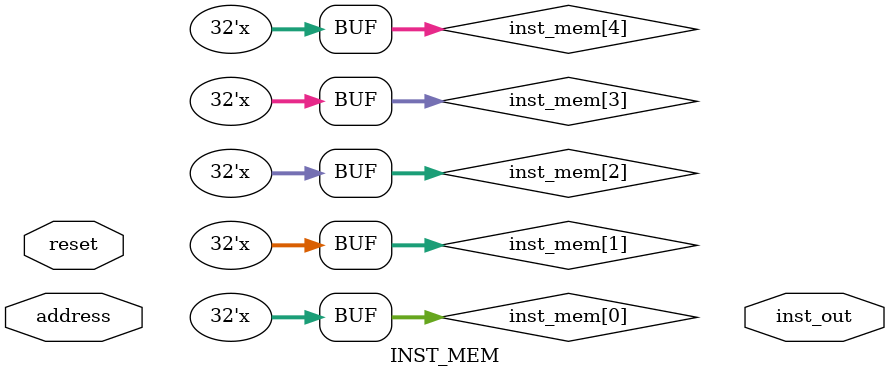
<source format=v>
module INST_MEM #(
  parameter size = 64,          
  parameter data_width = 32    
)(
 // input clk,
  input reset,                   
  input [31:0] address,
  output reg [31:0] inst_out

);
   reg [31:0] inst_mem [0:size - 1];

  


reg state = 1'b0;
  
  
//  
  always @(*) begin

        case (state)
            1'b0: begin
                state <= 1'b1;
//*******************************************************************************************************

// //testcase 1
//	
	inst_mem[0] = 32'b10001100000010000000000000000000; //LW R8, 0(R0)
	inst_mem[1] = 32'b10001100000010010000000000100000; //LW R9, 0x20(R0)
	inst_mem[2] = 32'b10001100000010100000000001010000; //LW R10, 0x50(R0)
	inst_mem[3] = 32'b10001100000010110000000000001000; //LW R11, 0x8(R0)



	


  //  $readmemh("input files/ROM_Data.txt", inst_mem);



//*******************************************************************************************************					 
/* Benchmark 2
		0- JAL SORT															00001100000000000000000000000010
		1- J   END															00001000000000000000000000011001
SORT	2- LW R16,0(R0)													10001100000100000000000000000000
		3- ADDI R8,R0,R0    //R8=0										00100000000010000000000000000000
		4- ADDI R17,R0,19   //R17=19									00100000000100010000000000010011
SL1	5- BGT  R8,R17,SEL1 //WILL LOOP 19 TIMES					00011001000100010000000000010010 ********************
		6- ADDI R9,R0,0	  //R9=0										00100000000010010000000000000000
		7- SUB  R10,R17,R9   //R10=R17-R9							00000010001010010101000000100010
SL2   8- BGT  R9,R10,SEL2												00011001001010100000000000001101
		9- SLL  R11,R9,2													00000001001000000101100010000000
		10-ADD  R12,R16,R11												00000010000010110110000000100000
		11-LW   R13,0(R12)												10001101100011010000000000000000
		12-LW   R14,4(R12)												10001101100011100000000000000100
		13-BGT  R13,R14,SWAP												00011001101011100000000000000001
		14-J	  ES															00001000000000000000000000010100
SWAP	15-ADD  R15,R13,R0												00000001101000000111100000100000
		16-ADD  R13,R14,R0												00000001110000000110100000100000
		17-ADD  R14,R15,R0												00000001111000000111000000100000
		18-SW   R13,0(R12)												10101101100011010000000000000000
		19-SW   R14,4(R12)												10101101100011100000000000000100
ES		20-ADDI R9,R9,1													00100001001010010000000000000001
		21-J	  SL2															00001000000000000000000000001000
SEL2	22-ADDI R8,R8,1													00100001000010000000000000000001
		23-J	  SL1															00001000000000000000000000000101
SEL1  24-JR	  R31															00000011111001010010000000001000
END	25-ADD R0,R0,R0													00000000000000000000000000100000

LW R1,0(R0)    															10001100000000010000000000000000
LW R2,4(R0)																	10001100000000100000000000000100
LW R3,8(R0)																	10001100000000110000000000001000
LW R4,12(R0)																10001100000001000000000000001100
LW R5,16(R0)																10001100000001010000000000010000
LW R6,20(R0)																10001100000001100000000000010100
LW R7,24(R0)																10001100000001110000000000011000
LW R8,28(R0)																10001100000010000000000000011100
LW R9,32(R0)																10001100000010010000000000100000
LW R10,36(R0)																10001100000010100000000000100100
LW R11,40(R0)																10001100000010110000000000101000
LW R12,44(R0)																10001100000011000000000000101100
LW R13,48(R0)																10001100000011010000000000110000
LW R14,52(R0)																10001100000011100000000000110100
LW R15,56(R0)																10001100000011110000000000111000
LW R16,60(R0)																10001100000100000000000000111100
LW R17,64(R0)																10001100000100010000000001000000
LW R18,68(R0)																10001100000100100000000001000100
LW R19,72(R0)																10001100000100110000000001001000
LW R20,76(R0)																10001100000101000000000001001100
*/

//**********************
/*
10001100000000010000000000000000
00100000000000010000000000000010
10101100000000010000000000000000
10001100000000100000000000000000
*/
//*******************************************************************************************************					 

// Benchmark One
					 
//		Lw r1,0(R0)		10001100000000010000000000000000				0
//		ori r2 ,r0,4	00110100000000100000000000000100				1
//		addi r3,r0,-2	00100000000000111111111111111110				2
//		Lw r4,4(R0)		10001100000001000000000000000100				3

//		ADD R5,R1,R1	00000000001000010010100000100000				4
//		SUB R6,R1,R2	00000000001000100011000000100010				5
//		AND R6,R3,R4	00000000011001000011000000100100				6
//		OR  R7,R1,R2	00000000001000100011100000100101				7
//		XOR R5,R1,R3	00000000001000110010100000100110				8
//		NOR R6,R1,R2	00000000001000100011000000100111				9
//		SLL R7,R4,R2	00000000100000100011100000000000				10
//		SRL R5,R1,R2	00000000001000100010100000000010				11

//		add r5,r1,r1	00000000001000010010100000100000				12
//		sub r6,r5,r4	00000000101001000011000000100010				13
//		and r7,r5,r6	00000000101001100011100000100100				14
//		ori r5,r5,0xf	00110100101001010000000000001111				15
				
//		sw r1, 0(r0)	10101100000000010000000000000000				16
//		sw r4, 1(r0)	10101100000001000000000000000100				17
//		lw r5, 0(r0)	10001100000001010000000000000000				18
						
//		lw r6,1(r0)		10001100000001100000000000000100				19
//		andi r7,r6,0xb	00110000110001110000000000001011				20
//		sw r7,2(r0)		10101100000001110000000000001000				21
//		lw r5,0(r0)		10001100000001010000000000000000				22
//		sw r5,3(r0)		10101100000001010000000000001100				23


//24           beq r1, r1, P1			00010000001000010000000000000001// 1*4 + 26*4 = 27*4
//             add r5, r2, r2			00000000010000100010100000100000
//P1: 26       bne r0, r1, P2			00010100000000010000000000000010// 2*4 + 28*4 = 30*4
//    27       add r6, r2, r2			00000000010000100011000000100000
//      28     add r7, r4, r4			00000000100001000011100000100000
//P2: 29       j P3						00001000000000000000000000100000
//             add r5, r2, r2			00000000010000100010100000100000
//             add r6, r4, r4			00000000100001000011000000100000
//P3: 32       add r0, r0, r0 		00000000000000000000000000100000



//R1 = F1E0











		
					 // Enter here the Instructions of the program 
					 
					 //*****test for reset *************
		/*			 inst_mem[0] = 32'b10001100000000010000000000000100; //LW R1, 4(R0)
					 inst_mem[1] = 32'b00100000001000010000000000000010; //ADDI R1, R1, 2
					 inst_mem[2] = 32'b10101100000000010000000000000100; //SW R1, 4(R0)
			*/	 
			
			
			
			
	
 /*	inst_mem[0] = 32'b10001100000010000000000000000000; //LW R8, 0(R0)
	inst_mem[1] = 32'b10001100000010010000000000100000; //LW R9, 0x20(R0)
	inst_mem[2] = 32'b10001100000010100000000001010000; //LW R10, 0x50(R0)
	inst_mem[3] = 32'b10001100000010110000000000001000; //LW R11, 0x8(R0)*/
	
	
	/*inst_mem[0] = 32'b10001100000000010000000000000100; //LW R1, 4(R0)      lw r2,56(r0)10001100000000100000000000000000
	inst_mem[1] = 32'b00000000001000100000100010000000; //SLL R1, R1, 2 
	inst_mem[2] = 32'b10101100000000010000000000000100; //SW R1, 4(R0) 
	inst_mem[3] = 32'b10001100000000100000000000010000; //LW R2, 16(R0)
	inst_mem[4] = 32'b10001100000000110000000000010000; //LW R3, 16(R0)
	inst_mem[5] = 32'b00000000010000000001100001000000; //SLL R3, R2, 1 (There is a problem wee need Forwarding to solve it and hazard detection )
	inst_mem[6] = 32'b10101100000000110000000000001100; //SW R3, 12(R0)
	inst_mem[7] = 32'b10001100000001000000000000001100; //LW R4, 12(R0)
*/
	
/*	inst_mem[0] = 32'b00000000000000001110000000000000; //ADD R28,R0,R0 (R28=0)
	inst_mem[1] = 32'b10001111100010000000000000000000; //LW R8, 0(R28)
	inst_mem[2] = 32'b10001111100010010000000000000100; //LW R9, 4(R28)
	inst_mem[3] = 32'b00000001000010010100000000100000; //ADD R8, R8, R9
	inst_mem[4] = 32'b10001111100010100000000000001000; //LW R10, 8(R28)
	inst_mem[5] = 32'b00000001010010100101000000100000; //ADD R10, R10, R10
	inst_mem[6] = 32'b00000001000010100100000000100010; //SUB R8, R8, R10
	inst_mem[7] = 32'b00100001000010000000000000000001; //ADDI R8, R8, 1
	inst_mem[8] = 32'b00000000000010000100000000100010; //SUB R8, R0, R8*/
	
	/*inst_mem[0] = 32'b00000000000000000100000000100000; //ADD R8, R8, R0
	inst_mem[1] = 32'b00100000000010010000000000001010; //ADDI R9, R9, 10
	inst_mem[2] = 32'b00000001000010010101000000100010; //SUB R10, R8, R9 //Loop
	inst_mem[3] = 32'b00100000000011000000000000000001; //ADDI R12, R0, 1
	inst_mem[4] = 32'b00011001000010010000000000000010; //BGT R8, R9, DONE
	inst_mem[5] = 32'b00100001000010000000000000000001; //ADDI R8, R8, 1
	inst_mem[6] = 32'b00001000000000000000000000000010; //JUMP LOOP
	inst_mem[7] = 32'b00000001001000000110100010100000; //ADD R13, R9, R0 //DONE
	inst_mem[8] = 32'b00100000000011100000000000011011; //ADDI R14, R0, 1B(27)
	inst_mem[9] = 32'b00110001110011100000000000010111; //ANDI R14, R14, 17(23)
	*/
	
	/*inst_mem[0] = 32'b00100000000000010000000000000010; //ADDI R1, R0, 2 (a)
	inst_mem[1] = 32'b00100000000000100000000000000010; //ADDI R2, R0, 2 (b)
	inst_mem[2] = 32'b00100000010000110000000000000011; //ADDI R3, R2, 3 (b+3)
	inst_mem[3] = 32'b00100100001000110000000000000010; //BGE  R1, R3, THEN
	inst_mem[4] = 32'b00100000001000010000000000000001; //ADDI R1, R1, 1
	inst_mem[5] = 32'b00001000000000000000000000000111; //JUMP END
	inst_mem[6] = 32'b00100000001000010000000000000010; //ADDI R1, R1, 2 //THEN 
	inst_mem[7] = 32'b00000000010000010001000000100000; //ADD R2, R2, R1 //END*/
	
	/*inst_mem[0] = 32'b00100000000000010000000000000110; //ADDI R1, R0, 6 (a)
	inst_mem[1] = 32'b00100000000000100000000000000010; //ADDI R2, R0, 2 (b)
	inst_mem[2] = 32'b00100000010000110000000000000011; //ADDI R3, R2, 3 (b+3)
	inst_mem[3] = 32'b00100100001000110000000000000010; //BGE  R1, R3, THEN
	inst_mem[4] = 32'b00100000001000010000000000000001; //ADDI R1, R1, 1
	inst_mem[5] = 32'b00001000000000000000000000000111; //JUMP END
	inst_mem[6] = 32'b00100000001000010000000000000010; //ADDI R1, R1, 2 //THEN 
	inst_mem[7] = 32'b00000000010000010001000000100000; //ADD R2, R2, R1 //END*/
	
	/*inst_mem[0] = 32'b00000000000000000000100000100000; //ADD R1, R0, R0 
	inst_mem[1] = 32'b00000000000000000001000000100000; //ADD R2, R0, R0
	inst_mem[2] = 32'b00100000000010010000000001100100; //ADDI R9, R0, 100
	inst_mem[3] = 32'b00010000001010010000000000000010; //BEQ R1, R9, EXIT //START
	inst_mem[4] = 32'b00100000001000010000000000000001; //ADDI R1, R1, 1
	inst_mem[5] = 32'b00001000000000000000000000000011; //JUMP START
	inst_mem[6] = 32'b00000000001000100001100000100000; //ADD R3, R0, R0 //EXIT*/
	
	
//-------------------------------------------------------------

//

/* LAST ADDRESS */ inst_mem[4] = 32'b10110100001000100001100000100000; //Halt B4221820
// every program should end with halt signal 

	/*
	BENCHMARK1
	
8C010000
34020004
2003FFFE
8C040004
00212820
00223022
00643024
00223825
00232826
00223027
00823800
00222802
00212820
00A43022
00A63824
34A5000F
AC010000
AC040004
8C050000
8C060004
30C7000B
AC070008
8C0A0000
AC05000C
10210001
00422820
14010002
00423020
00843820
08000020
00422820
00843020
00000020
B4221820
	
	
	*/
	
	/*
	
	BM2
0C000002
08000019
8C100000
20080000
20110013
19110012
20090000
02295022
192A000D
01205880
020B6020
8D8D0000
8D8E0004
19AE0001
08000014
01A07820
01C06820
01E07020
AD8D0000
AD8E0004
21290001
08000008
21080001
08000005
03E00008
00000020
B4221820
	*/

	 
                
            end
            1'b1: begin
	
          inst_out <= inst_mem[address >> 2];
            end

        endcase
    end
//end

endmodule
</source>
